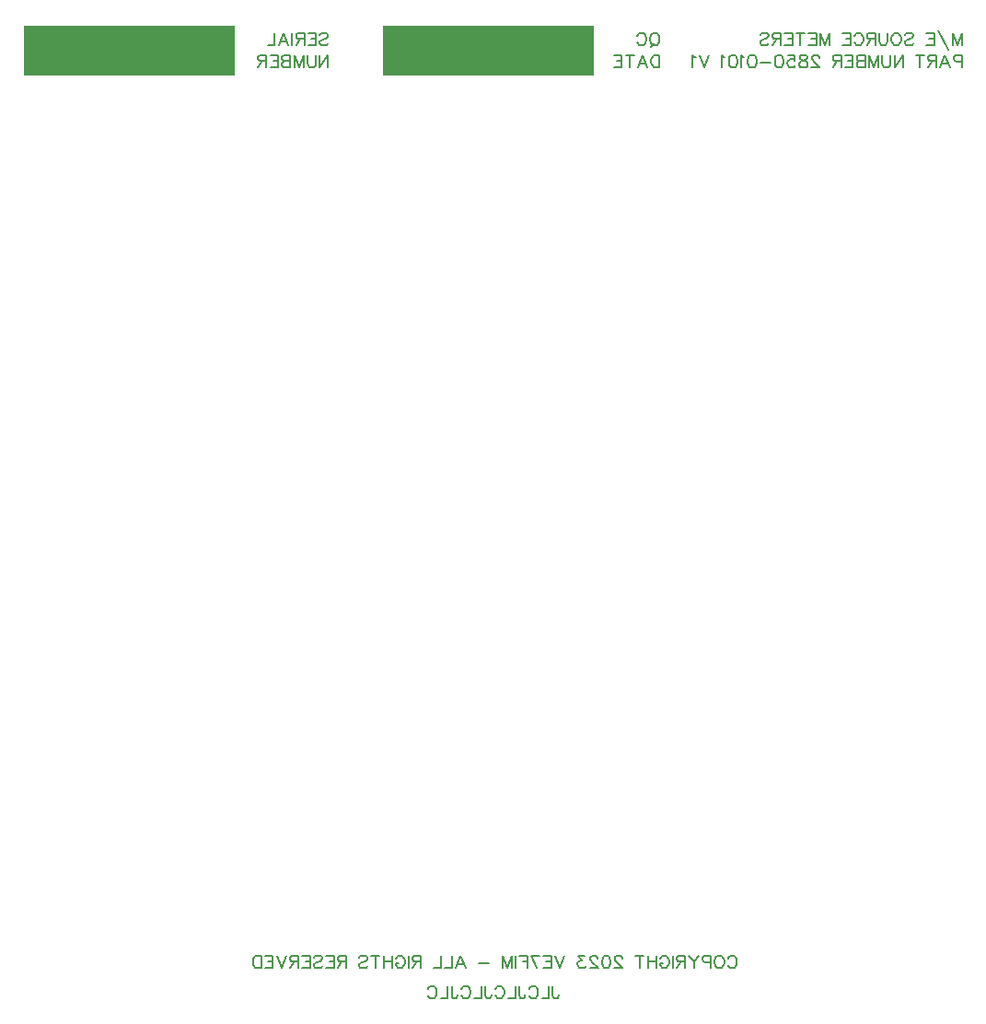
<source format=gbo>
G04 Layer: BottomSilkscreenLayer*
G04 EasyEDA v6.5.29, 2023-07-18 10:35:04*
G04 3d4cdd4c9cf84954a9378beb5d92b1fd,5a6b42c53f6a479593ecc07194224c93,10*
G04 Gerber Generator version 0.2*
G04 Scale: 100 percent, Rotated: No, Reflected: No *
G04 Dimensions in millimeters *
G04 leading zeros omitted , absolute positions ,4 integer and 5 decimal *
%FSLAX45Y45*%
%MOMM*%

%ADD10C,0.2032*%
%ADD11C,0.2030*%
%ADD12C,0.1524*%

%LPD*%
D10*
X8877300Y11881289D02*
G01*
X8877300Y11766745D01*
X8877300Y11881289D02*
G01*
X8828209Y11881289D01*
X8811846Y11875836D01*
X8806390Y11870382D01*
X8800937Y11859473D01*
X8800937Y11843108D01*
X8806390Y11832199D01*
X8811846Y11826745D01*
X8828209Y11821289D01*
X8877300Y11821289D01*
X8721300Y11881289D02*
G01*
X8764935Y11766745D01*
X8721300Y11881289D02*
G01*
X8677663Y11766745D01*
X8748572Y11804926D02*
G01*
X8694028Y11804926D01*
X8641664Y11881289D02*
G01*
X8641664Y11766745D01*
X8641664Y11881289D02*
G01*
X8592573Y11881289D01*
X8576210Y11875836D01*
X8570755Y11870382D01*
X8565300Y11859473D01*
X8565300Y11848564D01*
X8570755Y11837654D01*
X8576210Y11832199D01*
X8592573Y11826745D01*
X8641664Y11826745D01*
X8603482Y11826745D02*
G01*
X8565300Y11766745D01*
X8491118Y11881289D02*
G01*
X8491118Y11766745D01*
X8529300Y11881289D02*
G01*
X8452937Y11881289D01*
X8332937Y11881289D02*
G01*
X8332937Y11766745D01*
X8332937Y11881289D02*
G01*
X8256574Y11766745D01*
X8256574Y11881289D02*
G01*
X8256574Y11766745D01*
X8220572Y11881289D02*
G01*
X8220572Y11799473D01*
X8215119Y11783108D01*
X8204210Y11772199D01*
X8187847Y11766745D01*
X8176938Y11766745D01*
X8160572Y11772199D01*
X8149666Y11783108D01*
X8144210Y11799473D01*
X8144210Y11881289D01*
X8108210Y11881289D02*
G01*
X8108210Y11766745D01*
X8108210Y11881289D02*
G01*
X8064573Y11766745D01*
X8020938Y11881289D02*
G01*
X8064573Y11766745D01*
X8020938Y11881289D02*
G01*
X8020938Y11766745D01*
X7984937Y11881289D02*
G01*
X7984937Y11766745D01*
X7984937Y11881289D02*
G01*
X7935846Y11881289D01*
X7919483Y11875836D01*
X7914030Y11870382D01*
X7908574Y11859473D01*
X7908574Y11848564D01*
X7914030Y11837654D01*
X7919483Y11832199D01*
X7935846Y11826745D01*
X7984937Y11826745D02*
G01*
X7935846Y11826745D01*
X7919483Y11821289D01*
X7914030Y11815836D01*
X7908574Y11804926D01*
X7908574Y11788564D01*
X7914030Y11777654D01*
X7919483Y11772199D01*
X7935846Y11766745D01*
X7984937Y11766745D01*
X7872575Y11881289D02*
G01*
X7872575Y11766745D01*
X7872575Y11881289D02*
G01*
X7801665Y11881289D01*
X7872575Y11826745D02*
G01*
X7828937Y11826745D01*
X7872575Y11766745D02*
G01*
X7801665Y11766745D01*
X7765666Y11881289D02*
G01*
X7765666Y11766745D01*
X7765666Y11881289D02*
G01*
X7716575Y11881289D01*
X7700210Y11875836D01*
X7694757Y11870382D01*
X7689301Y11859473D01*
X7689301Y11848564D01*
X7694757Y11837654D01*
X7700210Y11832199D01*
X7716575Y11826745D01*
X7765666Y11826745D01*
X7727485Y11826745D02*
G01*
X7689301Y11766745D01*
X7563848Y11854017D02*
G01*
X7563848Y11859473D01*
X7558392Y11870382D01*
X7552938Y11875836D01*
X7542029Y11881289D01*
X7520211Y11881289D01*
X7509301Y11875836D01*
X7503848Y11870382D01*
X7498392Y11859473D01*
X7498392Y11848564D01*
X7503848Y11837654D01*
X7514757Y11821289D01*
X7569301Y11766745D01*
X7492939Y11766745D01*
X7429667Y11881289D02*
G01*
X7446030Y11875836D01*
X7451483Y11864926D01*
X7451483Y11854017D01*
X7446030Y11843108D01*
X7435121Y11837654D01*
X7413302Y11832199D01*
X7396939Y11826745D01*
X7386030Y11815836D01*
X7380574Y11804926D01*
X7380574Y11788564D01*
X7386030Y11777654D01*
X7391483Y11772199D01*
X7407849Y11766745D01*
X7429667Y11766745D01*
X7446030Y11772199D01*
X7451483Y11777654D01*
X7456939Y11788564D01*
X7456939Y11804926D01*
X7451483Y11815836D01*
X7440574Y11826745D01*
X7424211Y11832199D01*
X7402393Y11837654D01*
X7391483Y11843108D01*
X7386030Y11854017D01*
X7386030Y11864926D01*
X7391483Y11875836D01*
X7407849Y11881289D01*
X7429667Y11881289D01*
X7279121Y11881289D02*
G01*
X7333665Y11881289D01*
X7339121Y11832199D01*
X7333665Y11837654D01*
X7317303Y11843108D01*
X7300940Y11843108D01*
X7284575Y11837654D01*
X7273665Y11826745D01*
X7268212Y11810382D01*
X7268212Y11799473D01*
X7273665Y11783108D01*
X7284575Y11772199D01*
X7300940Y11766745D01*
X7317303Y11766745D01*
X7333665Y11772199D01*
X7339121Y11777654D01*
X7344575Y11788564D01*
X7199485Y11881289D02*
G01*
X7215847Y11875836D01*
X7226757Y11859473D01*
X7232213Y11832199D01*
X7232213Y11815836D01*
X7226757Y11788564D01*
X7215847Y11772199D01*
X7199485Y11766745D01*
X7188575Y11766745D01*
X7172213Y11772199D01*
X7161303Y11788564D01*
X7155848Y11815836D01*
X7155848Y11832199D01*
X7161303Y11859473D01*
X7172213Y11875836D01*
X7188575Y11881289D01*
X7199485Y11881289D01*
X7119848Y11815836D02*
G01*
X7021667Y11815836D01*
X6952940Y11881289D02*
G01*
X6969302Y11875836D01*
X6980212Y11859473D01*
X6985668Y11832199D01*
X6985668Y11815836D01*
X6980212Y11788564D01*
X6969302Y11772199D01*
X6952940Y11766745D01*
X6942030Y11766745D01*
X6925668Y11772199D01*
X6914758Y11788564D01*
X6909302Y11815836D01*
X6909302Y11832199D01*
X6914758Y11859473D01*
X6925668Y11875836D01*
X6942030Y11881289D01*
X6952940Y11881289D01*
X6873303Y11859473D02*
G01*
X6862394Y11864926D01*
X6846031Y11881289D01*
X6846031Y11766745D01*
X6777304Y11881289D02*
G01*
X6793666Y11875836D01*
X6804576Y11859473D01*
X6810032Y11832199D01*
X6810032Y11815836D01*
X6804576Y11788564D01*
X6793666Y11772199D01*
X6777304Y11766745D01*
X6766394Y11766745D01*
X6750032Y11772199D01*
X6739122Y11788564D01*
X6733666Y11815836D01*
X6733666Y11832199D01*
X6739122Y11859473D01*
X6750032Y11875836D01*
X6766394Y11881289D01*
X6777304Y11881289D01*
X6697667Y11859473D02*
G01*
X6686758Y11864926D01*
X6670395Y11881289D01*
X6670395Y11766745D01*
X6550395Y11881289D02*
G01*
X6506758Y11766745D01*
X6463123Y11881289D02*
G01*
X6506758Y11766745D01*
X6427122Y11859473D02*
G01*
X6416215Y11864926D01*
X6399850Y11881289D01*
X6399850Y11766745D01*
X8877300Y12084489D02*
G01*
X8877300Y11969945D01*
X8877300Y12084489D02*
G01*
X8833662Y11969945D01*
X8790028Y12084489D02*
G01*
X8833662Y11969945D01*
X8790028Y12084489D02*
G01*
X8790028Y11969945D01*
X8655845Y12106308D02*
G01*
X8754028Y11931764D01*
X8619845Y12084489D02*
G01*
X8619845Y11969945D01*
X8619845Y12084489D02*
G01*
X8548936Y12084489D01*
X8619845Y12029945D02*
G01*
X8576210Y12029945D01*
X8619845Y11969945D02*
G01*
X8548936Y11969945D01*
X8352574Y12068126D02*
G01*
X8363483Y12079036D01*
X8379846Y12084489D01*
X8401664Y12084489D01*
X8418027Y12079036D01*
X8428936Y12068126D01*
X8428936Y12057217D01*
X8423483Y12046308D01*
X8418027Y12040854D01*
X8407118Y12035399D01*
X8374392Y12024489D01*
X8363483Y12019036D01*
X8358027Y12013582D01*
X8352574Y12002673D01*
X8352574Y11986308D01*
X8363483Y11975399D01*
X8379846Y11969945D01*
X8401664Y11969945D01*
X8418027Y11975399D01*
X8428936Y11986308D01*
X8283846Y12084489D02*
G01*
X8294756Y12079036D01*
X8305665Y12068126D01*
X8311118Y12057217D01*
X8316574Y12040854D01*
X8316574Y12013582D01*
X8311118Y11997217D01*
X8305665Y11986308D01*
X8294756Y11975399D01*
X8283846Y11969945D01*
X8262028Y11969945D01*
X8251118Y11975399D01*
X8240209Y11986308D01*
X8234756Y11997217D01*
X8229300Y12013582D01*
X8229300Y12040854D01*
X8234756Y12057217D01*
X8240209Y12068126D01*
X8251118Y12079036D01*
X8262028Y12084489D01*
X8283846Y12084489D01*
X8193300Y12084489D02*
G01*
X8193300Y12002673D01*
X8187847Y11986308D01*
X8176938Y11975399D01*
X8160572Y11969945D01*
X8149666Y11969945D01*
X8133300Y11975399D01*
X8122391Y11986308D01*
X8116938Y12002673D01*
X8116938Y12084489D01*
X8080938Y12084489D02*
G01*
X8080938Y11969945D01*
X8080938Y12084489D02*
G01*
X8031848Y12084489D01*
X8015483Y12079036D01*
X8010029Y12073582D01*
X8004573Y12062673D01*
X8004573Y12051764D01*
X8010029Y12040854D01*
X8015483Y12035399D01*
X8031848Y12029945D01*
X8080938Y12029945D01*
X8042755Y12029945D02*
G01*
X8004573Y11969945D01*
X7886755Y12057217D02*
G01*
X7892211Y12068126D01*
X7903121Y12079036D01*
X7914030Y12084489D01*
X7935846Y12084489D01*
X7946755Y12079036D01*
X7957665Y12068126D01*
X7963120Y12057217D01*
X7968574Y12040854D01*
X7968574Y12013582D01*
X7963120Y11997217D01*
X7957665Y11986308D01*
X7946755Y11975399D01*
X7935846Y11969945D01*
X7914030Y11969945D01*
X7903121Y11975399D01*
X7892211Y11986308D01*
X7886755Y11997217D01*
X7850756Y12084489D02*
G01*
X7850756Y11969945D01*
X7850756Y12084489D02*
G01*
X7779847Y12084489D01*
X7850756Y12029945D02*
G01*
X7807119Y12029945D01*
X7850756Y11969945D02*
G01*
X7779847Y11969945D01*
X7659847Y12084489D02*
G01*
X7659847Y11969945D01*
X7659847Y12084489D02*
G01*
X7616212Y11969945D01*
X7572575Y12084489D02*
G01*
X7616212Y11969945D01*
X7572575Y12084489D02*
G01*
X7572575Y11969945D01*
X7536576Y12084489D02*
G01*
X7536576Y11969945D01*
X7536576Y12084489D02*
G01*
X7465667Y12084489D01*
X7536576Y12029945D02*
G01*
X7492939Y12029945D01*
X7536576Y11969945D02*
G01*
X7465667Y11969945D01*
X7391483Y12084489D02*
G01*
X7391483Y11969945D01*
X7429667Y12084489D02*
G01*
X7353302Y12084489D01*
X7317303Y12084489D02*
G01*
X7317303Y11969945D01*
X7317303Y12084489D02*
G01*
X7246393Y12084489D01*
X7317303Y12029945D02*
G01*
X7273665Y12029945D01*
X7317303Y11969945D02*
G01*
X7246393Y11969945D01*
X7210394Y12084489D02*
G01*
X7210394Y11969945D01*
X7210394Y12084489D02*
G01*
X7161303Y12084489D01*
X7144938Y12079036D01*
X7139485Y12073582D01*
X7134031Y12062673D01*
X7134031Y12051764D01*
X7139485Y12040854D01*
X7144938Y12035399D01*
X7161303Y12029945D01*
X7210394Y12029945D01*
X7172213Y12029945D02*
G01*
X7134031Y11969945D01*
X7021667Y12068126D02*
G01*
X7032576Y12079036D01*
X7048939Y12084489D01*
X7070758Y12084489D01*
X7087120Y12079036D01*
X7098029Y12068126D01*
X7098029Y12057217D01*
X7092576Y12046308D01*
X7087120Y12040854D01*
X7076213Y12035399D01*
X7043486Y12024489D01*
X7032576Y12019036D01*
X7027120Y12013582D01*
X7021667Y12002673D01*
X7021667Y11986308D01*
X7032576Y11975399D01*
X7048939Y11969945D01*
X7070758Y11969945D01*
X7087120Y11975399D01*
X7098029Y11986308D01*
X5114290Y3321557D02*
G01*
X5114290Y3234181D01*
X5119877Y3217926D01*
X5125211Y3212337D01*
X5136134Y3207004D01*
X5147056Y3207004D01*
X5157977Y3212337D01*
X5163565Y3217926D01*
X5168900Y3234181D01*
X5168900Y3245104D01*
X5078475Y3321557D02*
G01*
X5078475Y3207004D01*
X5078475Y3207004D02*
G01*
X5012943Y3207004D01*
X4895088Y3294126D02*
G01*
X4900422Y3305047D01*
X4911343Y3315970D01*
X4922265Y3321557D01*
X4944109Y3321557D01*
X4955031Y3315970D01*
X4965954Y3305047D01*
X4971541Y3294126D01*
X4976875Y3277870D01*
X4976875Y3250692D01*
X4971541Y3234181D01*
X4965954Y3223260D01*
X4955031Y3212337D01*
X4944109Y3207004D01*
X4922265Y3207004D01*
X4911343Y3212337D01*
X4900422Y3223260D01*
X4895088Y3234181D01*
X4804663Y3321557D02*
G01*
X4804663Y3234181D01*
X4809997Y3217926D01*
X4815331Y3212337D01*
X4826254Y3207004D01*
X4837175Y3207004D01*
X4848097Y3212337D01*
X4853686Y3217926D01*
X4859020Y3234181D01*
X4859020Y3245104D01*
X4768595Y3321557D02*
G01*
X4768595Y3207004D01*
X4768595Y3207004D02*
G01*
X4703063Y3207004D01*
X4585208Y3294126D02*
G01*
X4590795Y3305047D01*
X4601718Y3315970D01*
X4612640Y3321557D01*
X4634229Y3321557D01*
X4645152Y3315970D01*
X4656074Y3305047D01*
X4661661Y3294126D01*
X4666995Y3277870D01*
X4666995Y3250692D01*
X4661661Y3234181D01*
X4656074Y3223260D01*
X4645152Y3212337D01*
X4634229Y3207004D01*
X4612640Y3207004D01*
X4601718Y3212337D01*
X4590795Y3223260D01*
X4585208Y3234181D01*
X4494784Y3321557D02*
G01*
X4494784Y3234181D01*
X4500118Y3217926D01*
X4505706Y3212337D01*
X4516627Y3207004D01*
X4527550Y3207004D01*
X4538472Y3212337D01*
X4543806Y3217926D01*
X4549140Y3234181D01*
X4549140Y3245104D01*
X4458715Y3321557D02*
G01*
X4458715Y3207004D01*
X4458715Y3207004D02*
G01*
X4393184Y3207004D01*
X4275327Y3294126D02*
G01*
X4280915Y3305047D01*
X4291838Y3315970D01*
X4302759Y3321557D01*
X4324604Y3321557D01*
X4335525Y3315970D01*
X4346447Y3305047D01*
X4351781Y3294126D01*
X4357370Y3277870D01*
X4357370Y3250692D01*
X4351781Y3234181D01*
X4346447Y3223260D01*
X4335525Y3212337D01*
X4324604Y3207004D01*
X4302759Y3207004D01*
X4291838Y3212337D01*
X4280915Y3223260D01*
X4275327Y3234181D01*
X4184904Y3321557D02*
G01*
X4184904Y3234181D01*
X4190238Y3217926D01*
X4195825Y3212337D01*
X4206747Y3207004D01*
X4217670Y3207004D01*
X4228591Y3212337D01*
X4233925Y3217926D01*
X4239513Y3234181D01*
X4239513Y3245104D01*
X4148836Y3321557D02*
G01*
X4148836Y3207004D01*
X4148836Y3207004D02*
G01*
X4083558Y3207004D01*
X3965702Y3294126D02*
G01*
X3971036Y3305047D01*
X3981958Y3315970D01*
X3992879Y3321557D01*
X4014724Y3321557D01*
X4025645Y3315970D01*
X4036568Y3305047D01*
X4041902Y3294126D01*
X4047490Y3277870D01*
X4047490Y3250692D01*
X4041902Y3234181D01*
X4036568Y3223260D01*
X4025645Y3212337D01*
X4014724Y3207004D01*
X3992879Y3207004D01*
X3981958Y3212337D01*
X3971036Y3223260D01*
X3965702Y3234181D01*
D11*
X6725381Y3573617D02*
G01*
X6730837Y3584526D01*
X6741746Y3595436D01*
X6752653Y3600889D01*
X6774472Y3600889D01*
X6785381Y3595436D01*
X6796290Y3584526D01*
X6801746Y3573617D01*
X6807200Y3557254D01*
X6807200Y3529982D01*
X6801746Y3513617D01*
X6796290Y3502708D01*
X6785381Y3491799D01*
X6774472Y3486345D01*
X6752653Y3486345D01*
X6741746Y3491799D01*
X6730837Y3502708D01*
X6725381Y3513617D01*
X6656654Y3600889D02*
G01*
X6667563Y3595436D01*
X6678472Y3584526D01*
X6683928Y3573617D01*
X6689382Y3557254D01*
X6689382Y3529982D01*
X6683928Y3513617D01*
X6678472Y3502708D01*
X6667563Y3491799D01*
X6656654Y3486345D01*
X6634835Y3486345D01*
X6623928Y3491799D01*
X6613019Y3502708D01*
X6607563Y3513617D01*
X6602110Y3529982D01*
X6602110Y3557254D01*
X6607563Y3573617D01*
X6613019Y3584526D01*
X6623928Y3595436D01*
X6634835Y3600889D01*
X6656654Y3600889D01*
X6566110Y3600889D02*
G01*
X6566110Y3486345D01*
X6566110Y3600889D02*
G01*
X6517017Y3600889D01*
X6500655Y3595436D01*
X6495200Y3589982D01*
X6489745Y3579073D01*
X6489745Y3562708D01*
X6495200Y3551799D01*
X6500655Y3546345D01*
X6517017Y3540889D01*
X6566110Y3540889D01*
X6453746Y3600889D02*
G01*
X6410109Y3546345D01*
X6410109Y3486345D01*
X6366474Y3600889D02*
G01*
X6410109Y3546345D01*
X6330472Y3600889D02*
G01*
X6330472Y3486345D01*
X6330472Y3600889D02*
G01*
X6281381Y3600889D01*
X6265019Y3595436D01*
X6259565Y3589982D01*
X6254109Y3579073D01*
X6254109Y3568164D01*
X6259565Y3557254D01*
X6265019Y3551799D01*
X6281381Y3546345D01*
X6330472Y3546345D01*
X6292291Y3546345D02*
G01*
X6254109Y3486345D01*
X6218110Y3600889D02*
G01*
X6218110Y3486345D01*
X6100292Y3573617D02*
G01*
X6105745Y3584526D01*
X6116655Y3595436D01*
X6127564Y3600889D01*
X6149383Y3600889D01*
X6160292Y3595436D01*
X6171201Y3584526D01*
X6176655Y3573617D01*
X6182111Y3557254D01*
X6182111Y3529982D01*
X6176655Y3513617D01*
X6171201Y3502708D01*
X6160292Y3491799D01*
X6149383Y3486345D01*
X6127564Y3486345D01*
X6116655Y3491799D01*
X6105745Y3502708D01*
X6100292Y3513617D01*
X6100292Y3529982D01*
X6127564Y3529982D02*
G01*
X6100292Y3529982D01*
X6064293Y3600889D02*
G01*
X6064293Y3486345D01*
X5987928Y3600889D02*
G01*
X5987928Y3486345D01*
X6064293Y3546345D02*
G01*
X5987928Y3546345D01*
X5913747Y3600889D02*
G01*
X5913747Y3486345D01*
X5951928Y3600889D02*
G01*
X5875566Y3600889D01*
X5750110Y3573617D02*
G01*
X5750110Y3579073D01*
X5744657Y3589982D01*
X5739201Y3595436D01*
X5728291Y3600889D01*
X5706475Y3600889D01*
X5695566Y3595436D01*
X5690110Y3589982D01*
X5684657Y3579073D01*
X5684657Y3568164D01*
X5690110Y3557254D01*
X5701019Y3540889D01*
X5755566Y3486345D01*
X5679201Y3486345D01*
X5610473Y3600889D02*
G01*
X5626839Y3595436D01*
X5637748Y3579073D01*
X5643201Y3551799D01*
X5643201Y3535436D01*
X5637748Y3508164D01*
X5626839Y3491799D01*
X5610473Y3486345D01*
X5599567Y3486345D01*
X5583201Y3491799D01*
X5572292Y3508164D01*
X5566839Y3535436D01*
X5566839Y3551799D01*
X5572292Y3579073D01*
X5583201Y3595436D01*
X5599567Y3600889D01*
X5610473Y3600889D01*
X5525383Y3573617D02*
G01*
X5525383Y3579073D01*
X5519930Y3589982D01*
X5514474Y3595436D01*
X5503565Y3600889D01*
X5481749Y3600889D01*
X5470839Y3595436D01*
X5465384Y3589982D01*
X5459930Y3579073D01*
X5459930Y3568164D01*
X5465384Y3557254D01*
X5476293Y3540889D01*
X5530839Y3486345D01*
X5454474Y3486345D01*
X5407566Y3600889D02*
G01*
X5347566Y3600889D01*
X5380294Y3557254D01*
X5363931Y3557254D01*
X5353022Y3551799D01*
X5347566Y3546345D01*
X5342112Y3529982D01*
X5342112Y3519073D01*
X5347566Y3502708D01*
X5358475Y3491799D01*
X5374838Y3486345D01*
X5391203Y3486345D01*
X5407566Y3491799D01*
X5413021Y3497254D01*
X5418475Y3508164D01*
X5222113Y3600889D02*
G01*
X5178475Y3486345D01*
X5134838Y3600889D02*
G01*
X5178475Y3486345D01*
X5098839Y3600889D02*
G01*
X5098839Y3486345D01*
X5098839Y3600889D02*
G01*
X5027929Y3600889D01*
X5098839Y3546345D02*
G01*
X5055204Y3546345D01*
X5098839Y3486345D02*
G01*
X5027929Y3486345D01*
X4915568Y3600889D02*
G01*
X4970111Y3486345D01*
X4991930Y3600889D02*
G01*
X4915568Y3600889D01*
X4879568Y3600889D02*
G01*
X4879568Y3486345D01*
X4879568Y3600889D02*
G01*
X4808659Y3600889D01*
X4879568Y3546345D02*
G01*
X4835931Y3546345D01*
X4772657Y3600889D02*
G01*
X4772657Y3486345D01*
X4736658Y3600889D02*
G01*
X4736658Y3486345D01*
X4736658Y3600889D02*
G01*
X4693023Y3486345D01*
X4649386Y3600889D02*
G01*
X4693023Y3486345D01*
X4649386Y3600889D02*
G01*
X4649386Y3486345D01*
X4529386Y3535436D02*
G01*
X4431205Y3535436D01*
X4267568Y3600889D02*
G01*
X4311205Y3486345D01*
X4267568Y3600889D02*
G01*
X4223933Y3486345D01*
X4294840Y3524526D02*
G01*
X4240296Y3524526D01*
X4187931Y3600889D02*
G01*
X4187931Y3486345D01*
X4187931Y3486345D02*
G01*
X4122478Y3486345D01*
X4086479Y3600889D02*
G01*
X4086479Y3486345D01*
X4086479Y3486345D02*
G01*
X4021023Y3486345D01*
X3901023Y3600889D02*
G01*
X3901023Y3486345D01*
X3901023Y3600889D02*
G01*
X3851932Y3600889D01*
X3835570Y3595436D01*
X3830114Y3589982D01*
X3824660Y3579073D01*
X3824660Y3568164D01*
X3830114Y3557254D01*
X3835570Y3551799D01*
X3851932Y3546345D01*
X3901023Y3546345D01*
X3862842Y3546345D02*
G01*
X3824660Y3486345D01*
X3788661Y3600889D02*
G01*
X3788661Y3486345D01*
X3670843Y3573617D02*
G01*
X3676296Y3584526D01*
X3687206Y3595436D01*
X3698115Y3600889D01*
X3719934Y3600889D01*
X3730843Y3595436D01*
X3741752Y3584526D01*
X3747206Y3573617D01*
X3752659Y3557254D01*
X3752659Y3529982D01*
X3747206Y3513617D01*
X3741752Y3502708D01*
X3730843Y3491799D01*
X3719934Y3486345D01*
X3698115Y3486345D01*
X3687206Y3491799D01*
X3676296Y3502708D01*
X3670843Y3513617D01*
X3670843Y3529982D01*
X3698115Y3529982D02*
G01*
X3670843Y3529982D01*
X3634841Y3600889D02*
G01*
X3634841Y3486345D01*
X3558479Y3600889D02*
G01*
X3558479Y3486345D01*
X3634841Y3546345D02*
G01*
X3558479Y3546345D01*
X3484298Y3600889D02*
G01*
X3484298Y3486345D01*
X3522479Y3600889D02*
G01*
X3446117Y3600889D01*
X3333752Y3584526D02*
G01*
X3344661Y3595436D01*
X3361024Y3600889D01*
X3382843Y3600889D01*
X3399205Y3595436D01*
X3410115Y3584526D01*
X3410115Y3573617D01*
X3404661Y3562708D01*
X3399205Y3557254D01*
X3388296Y3551799D01*
X3355571Y3540889D01*
X3344661Y3535436D01*
X3339205Y3529982D01*
X3333752Y3519073D01*
X3333752Y3502708D01*
X3344661Y3491799D01*
X3361024Y3486345D01*
X3382843Y3486345D01*
X3399205Y3491799D01*
X3410115Y3502708D01*
X3213752Y3600889D02*
G01*
X3213752Y3486345D01*
X3213752Y3600889D02*
G01*
X3164662Y3600889D01*
X3148296Y3595436D01*
X3142843Y3589982D01*
X3137390Y3579073D01*
X3137390Y3568164D01*
X3142843Y3557254D01*
X3148296Y3551799D01*
X3164662Y3546345D01*
X3213752Y3546345D01*
X3175571Y3546345D02*
G01*
X3137390Y3486345D01*
X3101388Y3600889D02*
G01*
X3101388Y3486345D01*
X3101388Y3600889D02*
G01*
X3030479Y3600889D01*
X3101388Y3546345D02*
G01*
X3057753Y3546345D01*
X3101388Y3486345D02*
G01*
X3030479Y3486345D01*
X2918117Y3584526D02*
G01*
X2929026Y3595436D01*
X2945389Y3600889D01*
X2967207Y3600889D01*
X2983570Y3595436D01*
X2994479Y3584526D01*
X2994479Y3573617D01*
X2989026Y3562708D01*
X2983570Y3557254D01*
X2972661Y3551799D01*
X2939935Y3540889D01*
X2929026Y3535436D01*
X2923570Y3529982D01*
X2918117Y3519073D01*
X2918117Y3502708D01*
X2929026Y3491799D01*
X2945389Y3486345D01*
X2967207Y3486345D01*
X2983570Y3491799D01*
X2994479Y3502708D01*
X2882117Y3600889D02*
G01*
X2882117Y3486345D01*
X2882117Y3600889D02*
G01*
X2811208Y3600889D01*
X2882117Y3546345D02*
G01*
X2838480Y3546345D01*
X2882117Y3486345D02*
G01*
X2811208Y3486345D01*
X2775209Y3600889D02*
G01*
X2775209Y3486345D01*
X2775209Y3600889D02*
G01*
X2726118Y3600889D01*
X2709753Y3595436D01*
X2704299Y3589982D01*
X2698843Y3579073D01*
X2698843Y3568164D01*
X2704299Y3557254D01*
X2709753Y3551799D01*
X2726118Y3546345D01*
X2775209Y3546345D01*
X2737025Y3546345D02*
G01*
X2698843Y3486345D01*
X2662844Y3600889D02*
G01*
X2619207Y3486345D01*
X2575572Y3600889D02*
G01*
X2619207Y3486345D01*
X2539573Y3600889D02*
G01*
X2539573Y3486345D01*
X2539573Y3600889D02*
G01*
X2468664Y3600889D01*
X2539573Y3546345D02*
G01*
X2495936Y3546345D01*
X2539573Y3486345D02*
G01*
X2468664Y3486345D01*
X2432662Y3600889D02*
G01*
X2432662Y3486345D01*
X2432662Y3600889D02*
G01*
X2394480Y3600889D01*
X2378118Y3595436D01*
X2367208Y3584526D01*
X2361755Y3573617D01*
X2356299Y3557254D01*
X2356299Y3529982D01*
X2361755Y3513617D01*
X2367208Y3502708D01*
X2378118Y3491799D01*
X2394480Y3486345D01*
X2432662Y3486345D01*
D12*
X6063272Y12084491D02*
G01*
X6074181Y12079036D01*
X6085090Y12068126D01*
X6090546Y12057217D01*
X6096000Y12040854D01*
X6096000Y12013582D01*
X6090546Y11997217D01*
X6085090Y11986308D01*
X6074181Y11975398D01*
X6063272Y11969945D01*
X6041453Y11969945D01*
X6030544Y11975398D01*
X6019637Y11986308D01*
X6014181Y11997217D01*
X6008728Y12013582D01*
X6008728Y12040854D01*
X6014181Y12057217D01*
X6019637Y12068126D01*
X6030544Y12079036D01*
X6041453Y12084491D01*
X6063272Y12084491D01*
X6046909Y11991764D02*
G01*
X6014181Y11959036D01*
X5890910Y12057217D02*
G01*
X5896363Y12068126D01*
X5907272Y12079036D01*
X5918182Y12084491D01*
X5940000Y12084491D01*
X5950910Y12079036D01*
X5961819Y12068126D01*
X5967272Y12057217D01*
X5972726Y12040854D01*
X5972726Y12013582D01*
X5967272Y11997217D01*
X5961819Y11986308D01*
X5950910Y11975398D01*
X5940000Y11969945D01*
X5918182Y11969945D01*
X5907272Y11975398D01*
X5896363Y11986308D01*
X5890910Y11997217D01*
X6096000Y11881291D02*
G01*
X6096000Y11766745D01*
X6096000Y11881291D02*
G01*
X6057818Y11881291D01*
X6041453Y11875836D01*
X6030544Y11864926D01*
X6025090Y11854017D01*
X6019637Y11837654D01*
X6019637Y11810382D01*
X6025090Y11794017D01*
X6030544Y11783108D01*
X6041453Y11772198D01*
X6057818Y11766745D01*
X6096000Y11766745D01*
X5940000Y11881291D02*
G01*
X5983635Y11766745D01*
X5940000Y11881291D02*
G01*
X5896363Y11766745D01*
X5967272Y11804926D02*
G01*
X5912726Y11804926D01*
X5822182Y11881291D02*
G01*
X5822182Y11766745D01*
X5860364Y11881291D02*
G01*
X5783999Y11881291D01*
X5747999Y11881291D02*
G01*
X5747999Y11766745D01*
X5747999Y11881291D02*
G01*
X5677090Y11881291D01*
X5747999Y11826745D02*
G01*
X5704362Y11826745D01*
X5747999Y11766745D02*
G01*
X5677090Y11766745D01*
X3048000Y11881291D02*
G01*
X3048000Y11766745D01*
X3048000Y11881291D02*
G01*
X2971637Y11766745D01*
X2971637Y11881291D02*
G01*
X2971637Y11766745D01*
X2935635Y11881291D02*
G01*
X2935635Y11799473D01*
X2930182Y11783108D01*
X2919272Y11772198D01*
X2902910Y11766745D01*
X2892000Y11766745D01*
X2875635Y11772198D01*
X2864726Y11783108D01*
X2859272Y11799473D01*
X2859272Y11881291D01*
X2823273Y11881291D02*
G01*
X2823273Y11766745D01*
X2823273Y11881291D02*
G01*
X2779636Y11766745D01*
X2735999Y11881291D02*
G01*
X2779636Y11766745D01*
X2735999Y11881291D02*
G01*
X2735999Y11766745D01*
X2699999Y11881291D02*
G01*
X2699999Y11766745D01*
X2699999Y11881291D02*
G01*
X2650909Y11881291D01*
X2634546Y11875836D01*
X2629090Y11870382D01*
X2623637Y11859473D01*
X2623637Y11848564D01*
X2629090Y11837654D01*
X2634546Y11832198D01*
X2650909Y11826745D01*
X2699999Y11826745D02*
G01*
X2650909Y11826745D01*
X2634546Y11821292D01*
X2629090Y11815836D01*
X2623637Y11804926D01*
X2623637Y11788564D01*
X2629090Y11777654D01*
X2634546Y11772198D01*
X2650909Y11766745D01*
X2699999Y11766745D01*
X2587635Y11881291D02*
G01*
X2587635Y11766745D01*
X2587635Y11881291D02*
G01*
X2516728Y11881291D01*
X2587635Y11826745D02*
G01*
X2544000Y11826745D01*
X2587635Y11766745D02*
G01*
X2516728Y11766745D01*
X2480726Y11881291D02*
G01*
X2480726Y11766745D01*
X2480726Y11881291D02*
G01*
X2431635Y11881291D01*
X2415273Y11875836D01*
X2409817Y11870382D01*
X2404363Y11859473D01*
X2404363Y11848564D01*
X2409817Y11837654D01*
X2415273Y11832198D01*
X2431635Y11826745D01*
X2480726Y11826745D01*
X2442545Y11826745D02*
G01*
X2404363Y11766745D01*
X2971637Y12068126D02*
G01*
X2982544Y12079036D01*
X2998909Y12084491D01*
X3020728Y12084491D01*
X3037090Y12079036D01*
X3048000Y12068126D01*
X3048000Y12057217D01*
X3042546Y12046308D01*
X3037090Y12040854D01*
X3026181Y12035398D01*
X2993453Y12024492D01*
X2982544Y12019036D01*
X2977090Y12013582D01*
X2971637Y12002673D01*
X2971637Y11986308D01*
X2982544Y11975398D01*
X2998909Y11969945D01*
X3020728Y11969945D01*
X3037090Y11975398D01*
X3048000Y11986308D01*
X2935635Y12084491D02*
G01*
X2935635Y11969945D01*
X2935635Y12084491D02*
G01*
X2864726Y12084491D01*
X2935635Y12029945D02*
G01*
X2892000Y12029945D01*
X2935635Y11969945D02*
G01*
X2864726Y11969945D01*
X2828726Y12084491D02*
G01*
X2828726Y11969945D01*
X2828726Y12084491D02*
G01*
X2779636Y12084491D01*
X2763273Y12079036D01*
X2757817Y12073582D01*
X2752364Y12062673D01*
X2752364Y12051764D01*
X2757817Y12040854D01*
X2763273Y12035398D01*
X2779636Y12029945D01*
X2828726Y12029945D01*
X2790545Y12029945D02*
G01*
X2752364Y11969945D01*
X2716364Y12084491D02*
G01*
X2716364Y11969945D01*
X2636728Y12084491D02*
G01*
X2680362Y11969945D01*
X2636728Y12084491D02*
G01*
X2593091Y11969945D01*
X2664000Y12008126D02*
G01*
X2609453Y12008126D01*
X2557091Y12084491D02*
G01*
X2557091Y11969945D01*
X2557091Y11969945D02*
G01*
X2491635Y11969945D01*
G36*
X3556000Y12153900D02*
G01*
X5492750Y12153900D01*
X5492750Y11692001D01*
X3556000Y11692001D01*
G37*
G36*
X254000Y12153900D02*
G01*
X2190750Y12153900D01*
X2190750Y11692001D01*
X254000Y11692001D01*
G37*
M02*

</source>
